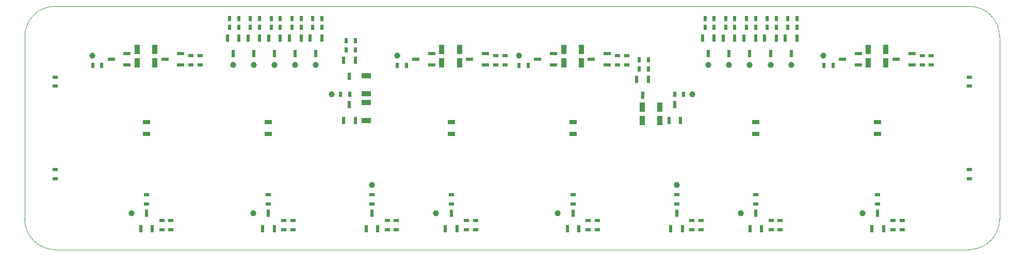
<source format=gtp>
G04*
G04 #@! TF.GenerationSoftware,Altium Limited,Altium Designer,23.4.1 (23)*
G04*
G04 Layer_Color=8421504*
%FSAX44Y44*%
%MOMM*%
G71*
G04*
G04 #@! TF.SameCoordinates,1AFE91A9-0CB0-4E6F-966B-FDDC03A74EF8*
G04*
G04*
G04 #@! TF.FilePolarity,Positive*
G04*
G01*
G75*
%ADD16C,0.1000*%
%ADD17R,1.3000X0.7000*%
%ADD18R,0.9000X0.6000*%
%ADD19R,1.2000X0.6000*%
%ADD20R,0.9000X1.6000*%
%ADD21R,0.6000X0.9000*%
%ADD22R,0.6000X1.2000*%
%ADD23C,1.0000*%
%ADD24R,1.6000X0.9000*%
D16*
X02900000Y02150000D02*
G03*
X02850000Y02200000I-00050000J00000000D01*
G01*
X01350000D02*
G03*
X01300000Y02150000I00000000J-00050000D01*
G01*
X02850000Y01800000D02*
G03*
X02900000Y01850000I00000000J00050000D01*
G01*
X01300000D02*
G03*
X01350000Y01800000I00050000J00000000D01*
G01*
Y02200000D02*
X02850000Y02200000D01*
X02900000Y02150000D02*
X02900000Y01850000D01*
X01350000Y01800000D02*
X02850000Y01800000D01*
X01300000Y01850000D02*
X01300000Y02150000D01*
D17*
X02700000Y01990500D02*
D03*
Y02009500D02*
D03*
X02500000Y01990500D02*
D03*
Y02009500D02*
D03*
X02200000Y01990500D02*
D03*
Y02009500D02*
D03*
X02000000Y01990500D02*
D03*
Y02009500D02*
D03*
X01700000Y01990500D02*
D03*
Y02009500D02*
D03*
X01500000Y01990500D02*
D03*
Y02009500D02*
D03*
D18*
X02788000Y02103500D02*
D03*
Y02118500D02*
D03*
X02773000Y02103500D02*
D03*
Y02118500D02*
D03*
X02288000Y02103500D02*
D03*
Y02118500D02*
D03*
X02273000Y02103500D02*
D03*
Y02118500D02*
D03*
X02088000Y02103500D02*
D03*
Y02118500D02*
D03*
X02073000Y02103500D02*
D03*
Y02118500D02*
D03*
X01588000Y02118500D02*
D03*
Y02103500D02*
D03*
X01573000Y02118500D02*
D03*
Y02103500D02*
D03*
X01350000Y02083500D02*
D03*
Y02068500D02*
D03*
X02850000Y02083500D02*
D03*
Y02068500D02*
D03*
X02700000Y01890000D02*
D03*
Y01875000D02*
D03*
X02500000Y01890000D02*
D03*
Y01875000D02*
D03*
X02370000Y01890000D02*
D03*
Y01875000D02*
D03*
X02200000Y01890000D02*
D03*
Y01875000D02*
D03*
X02000000Y01890000D02*
D03*
Y01875000D02*
D03*
X01870000Y01890000D02*
D03*
Y01875000D02*
D03*
X01700000Y01890000D02*
D03*
Y01875000D02*
D03*
X01500000Y01890000D02*
D03*
Y01875000D02*
D03*
X02740000Y01847500D02*
D03*
Y01832500D02*
D03*
X02725000Y01847500D02*
D03*
Y01832500D02*
D03*
X02525000Y01847500D02*
D03*
Y01832500D02*
D03*
X02540000Y01847500D02*
D03*
Y01832500D02*
D03*
X02395000Y01847500D02*
D03*
Y01832500D02*
D03*
X02410000Y01847500D02*
D03*
Y01832500D02*
D03*
X02240000Y01847500D02*
D03*
Y01832500D02*
D03*
X02225000Y01847500D02*
D03*
Y01832500D02*
D03*
X02040000Y01847500D02*
D03*
Y01832500D02*
D03*
X02025000Y01847500D02*
D03*
Y01832500D02*
D03*
X01910000Y01847500D02*
D03*
Y01832500D02*
D03*
X01895000Y01847500D02*
D03*
Y01832500D02*
D03*
X01740000Y01847500D02*
D03*
Y01832500D02*
D03*
X01725000Y01847500D02*
D03*
Y01832500D02*
D03*
X01540000Y01847500D02*
D03*
Y01832500D02*
D03*
X01525000Y01847500D02*
D03*
Y01832500D02*
D03*
X01350000Y01931500D02*
D03*
Y01916500D02*
D03*
X02850000Y01931500D02*
D03*
Y01916500D02*
D03*
D19*
X02756000Y02122500D02*
D03*
Y02103500D02*
D03*
X02730000Y02113000D02*
D03*
X02668000Y02122500D02*
D03*
Y02103500D02*
D03*
X02642000Y02113000D02*
D03*
X02256000Y02122500D02*
D03*
Y02103500D02*
D03*
X02230000Y02113000D02*
D03*
X02168000Y02122500D02*
D03*
Y02103500D02*
D03*
X02142000Y02113000D02*
D03*
X02056000Y02122500D02*
D03*
Y02103500D02*
D03*
X02030000Y02113000D02*
D03*
X01968000Y02122500D02*
D03*
Y02103500D02*
D03*
X01942000Y02113000D02*
D03*
X01442000D02*
D03*
X01468000Y02103500D02*
D03*
Y02122500D02*
D03*
X01556000D02*
D03*
Y02103500D02*
D03*
X01530000Y02113000D02*
D03*
D20*
X02684500Y02107000D02*
D03*
X02713500D02*
D03*
X02684500Y02129000D02*
D03*
X02713500D02*
D03*
X02313500Y02012000D02*
D03*
X02342500D02*
D03*
Y02034000D02*
D03*
X02313500D02*
D03*
X02184500Y02107000D02*
D03*
X02213500D02*
D03*
X02184500Y02129000D02*
D03*
X02213500D02*
D03*
X01984500Y02107000D02*
D03*
X02013500D02*
D03*
X01984500Y02129000D02*
D03*
X02013500D02*
D03*
X01513500D02*
D03*
X01484500D02*
D03*
X01513500Y02107000D02*
D03*
X01484500D02*
D03*
D21*
X02626500Y02103000D02*
D03*
X02611500D02*
D03*
X02567500Y02180000D02*
D03*
X02552500D02*
D03*
X02567500Y02165000D02*
D03*
X02552500D02*
D03*
X02431500Y02180000D02*
D03*
X02416500D02*
D03*
X02431500Y02165000D02*
D03*
X02416500D02*
D03*
X02366500Y02055000D02*
D03*
X02381500D02*
D03*
X02323500Y02097000D02*
D03*
X02308500D02*
D03*
X02323500Y02112000D02*
D03*
X02308500D02*
D03*
X02126500Y02103000D02*
D03*
X02111500D02*
D03*
X01926500D02*
D03*
X01911500D02*
D03*
X01833500Y02055000D02*
D03*
X01818500D02*
D03*
X01651500Y02180000D02*
D03*
X01636500D02*
D03*
X01651500Y02165000D02*
D03*
X01636500D02*
D03*
X01842500Y02128000D02*
D03*
X01827500D02*
D03*
X01842500Y02143000D02*
D03*
X01827500D02*
D03*
X01787500Y02165000D02*
D03*
X01772500D02*
D03*
X01787500Y02180000D02*
D03*
X01772500D02*
D03*
X01411500Y02103000D02*
D03*
X01426500D02*
D03*
X02518500Y02165000D02*
D03*
X02533500D02*
D03*
X02484500D02*
D03*
X02499500D02*
D03*
X02450500D02*
D03*
X02465500D02*
D03*
X01738500D02*
D03*
X01753500D02*
D03*
X01704500D02*
D03*
X01719500D02*
D03*
X01670500D02*
D03*
X01685500D02*
D03*
X02518500Y02180000D02*
D03*
X02533500D02*
D03*
X02484500D02*
D03*
X02499500D02*
D03*
X02450500D02*
D03*
X02465500D02*
D03*
X01738500D02*
D03*
X01753500D02*
D03*
X01704500D02*
D03*
X01719500D02*
D03*
X01670500D02*
D03*
X01685500D02*
D03*
D22*
X02548500Y02148000D02*
D03*
X02567500D02*
D03*
X02558000Y02122000D02*
D03*
X02514500Y02148000D02*
D03*
X02533500D02*
D03*
X02524000Y02122000D02*
D03*
X02480500Y02148000D02*
D03*
X02499500D02*
D03*
X02490000Y02122000D02*
D03*
X02446500Y02148000D02*
D03*
X02465500D02*
D03*
X02456000Y02122000D02*
D03*
X02412500Y02148000D02*
D03*
X02431500D02*
D03*
X02422000Y02122000D02*
D03*
X02376500Y02012000D02*
D03*
X02357500D02*
D03*
X02367000Y02038000D02*
D03*
X02304500Y02080000D02*
D03*
X02323500D02*
D03*
X02314000Y02054000D02*
D03*
X01842500Y02012000D02*
D03*
X01823500D02*
D03*
X01833000Y02038000D02*
D03*
X01823500Y02111000D02*
D03*
X01842500D02*
D03*
X01833000Y02085000D02*
D03*
X01768500Y02148000D02*
D03*
X01787500D02*
D03*
X01778000Y02122000D02*
D03*
X01734500Y02148000D02*
D03*
X01753500D02*
D03*
X01744000Y02122000D02*
D03*
X01700500Y02148000D02*
D03*
X01719500D02*
D03*
X01710000Y02122000D02*
D03*
X01666500Y02148000D02*
D03*
X01685500D02*
D03*
X01676000Y02122000D02*
D03*
X01632500Y02148000D02*
D03*
X01651500D02*
D03*
X01642000Y02122000D02*
D03*
X02709500Y01834000D02*
D03*
X02690500D02*
D03*
X02700000Y01860000D02*
D03*
X02509500Y01834000D02*
D03*
X02490500D02*
D03*
X02500000Y01860000D02*
D03*
X02379500Y01834000D02*
D03*
X02360500D02*
D03*
X02370000Y01860000D02*
D03*
X02209500Y01834000D02*
D03*
X02190500D02*
D03*
X02200000Y01860000D02*
D03*
X02009500Y01834000D02*
D03*
X01990500D02*
D03*
X02000000Y01860000D02*
D03*
X01879500Y01834000D02*
D03*
X01860500D02*
D03*
X01870000Y01860000D02*
D03*
X01709500Y01834000D02*
D03*
X01690500D02*
D03*
X01700000Y01860000D02*
D03*
X01509500Y01834000D02*
D03*
X01490500D02*
D03*
X01500000Y01860000D02*
D03*
D23*
X02422000Y02104000D02*
D03*
X01911000Y02119000D02*
D03*
X02111000D02*
D03*
X01642000Y02104000D02*
D03*
X02475000Y01860000D02*
D03*
X01975000D02*
D03*
X01675000D02*
D03*
X01475000D02*
D03*
X01411000Y02119000D02*
D03*
X02370000Y01906000D02*
D03*
X01870000D02*
D03*
X02675000Y01860000D02*
D03*
X02175000D02*
D03*
X02611000Y02119000D02*
D03*
X02396000Y02055000D02*
D03*
X01804000D02*
D03*
X02558000Y02104000D02*
D03*
X02524000D02*
D03*
X02490000D02*
D03*
X02456000D02*
D03*
X01778000D02*
D03*
X01744000D02*
D03*
X01710000D02*
D03*
X01676000D02*
D03*
D24*
X01861000Y02012500D02*
D03*
Y02041500D02*
D03*
Y02056500D02*
D03*
Y02085500D02*
D03*
M02*

</source>
